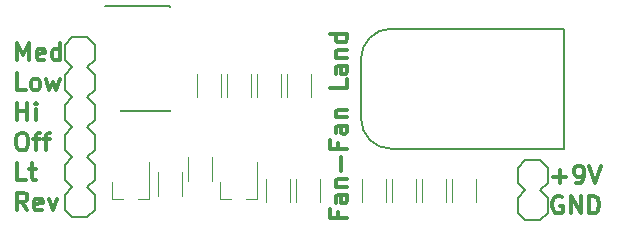
<source format=gbr>
%TF.GenerationSoftware,KiCad,Pcbnew,5.1.9*%
%TF.CreationDate,2021-05-05T23:21:44-05:00*%
%TF.ProjectId,fanfanland,66616e66-616e-46c6-916e-642e6b696361,rev?*%
%TF.SameCoordinates,Original*%
%TF.FileFunction,Legend,Top*%
%TF.FilePolarity,Positive*%
%FSLAX46Y46*%
G04 Gerber Fmt 4.6, Leading zero omitted, Abs format (unit mm)*
G04 Created by KiCad (PCBNEW 5.1.9) date 2021-05-05 23:21:44*
%MOMM*%
%LPD*%
G01*
G04 APERTURE LIST*
%ADD10C,0.300000*%
%ADD11C,0.203200*%
%ADD12C,0.150000*%
%ADD13C,0.120000*%
G04 APERTURE END LIST*
D10*
X43319285Y-66210571D02*
X42819285Y-65496285D01*
X42462142Y-66210571D02*
X42462142Y-64710571D01*
X43033571Y-64710571D01*
X43176428Y-64782000D01*
X43247857Y-64853428D01*
X43319285Y-64996285D01*
X43319285Y-65210571D01*
X43247857Y-65353428D01*
X43176428Y-65424857D01*
X43033571Y-65496285D01*
X42462142Y-65496285D01*
X44533571Y-66139142D02*
X44390714Y-66210571D01*
X44105000Y-66210571D01*
X43962142Y-66139142D01*
X43890714Y-65996285D01*
X43890714Y-65424857D01*
X43962142Y-65282000D01*
X44105000Y-65210571D01*
X44390714Y-65210571D01*
X44533571Y-65282000D01*
X44605000Y-65424857D01*
X44605000Y-65567714D01*
X43890714Y-65710571D01*
X45105000Y-65210571D02*
X45462142Y-66210571D01*
X45819285Y-65210571D01*
X43176428Y-63670571D02*
X42462142Y-63670571D01*
X42462142Y-62170571D01*
X43462142Y-62670571D02*
X44033571Y-62670571D01*
X43676428Y-62170571D02*
X43676428Y-63456285D01*
X43747857Y-63599142D01*
X43890714Y-63670571D01*
X44033571Y-63670571D01*
X42747857Y-59630571D02*
X43033571Y-59630571D01*
X43176428Y-59702000D01*
X43319285Y-59844857D01*
X43390714Y-60130571D01*
X43390714Y-60630571D01*
X43319285Y-60916285D01*
X43176428Y-61059142D01*
X43033571Y-61130571D01*
X42747857Y-61130571D01*
X42605000Y-61059142D01*
X42462142Y-60916285D01*
X42390714Y-60630571D01*
X42390714Y-60130571D01*
X42462142Y-59844857D01*
X42605000Y-59702000D01*
X42747857Y-59630571D01*
X43819285Y-60130571D02*
X44390714Y-60130571D01*
X44033571Y-61130571D02*
X44033571Y-59844857D01*
X44105000Y-59702000D01*
X44247857Y-59630571D01*
X44390714Y-59630571D01*
X44676428Y-60130571D02*
X45247857Y-60130571D01*
X44890714Y-61130571D02*
X44890714Y-59844857D01*
X44962142Y-59702000D01*
X45105000Y-59630571D01*
X45247857Y-59630571D01*
X42462142Y-58590571D02*
X42462142Y-57090571D01*
X42462142Y-57804857D02*
X43319285Y-57804857D01*
X43319285Y-58590571D02*
X43319285Y-57090571D01*
X44033571Y-58590571D02*
X44033571Y-57590571D01*
X44033571Y-57090571D02*
X43962142Y-57162000D01*
X44033571Y-57233428D01*
X44105000Y-57162000D01*
X44033571Y-57090571D01*
X44033571Y-57233428D01*
X43176428Y-56050571D02*
X42462142Y-56050571D01*
X42462142Y-54550571D01*
X43890714Y-56050571D02*
X43747857Y-55979142D01*
X43676428Y-55907714D01*
X43605000Y-55764857D01*
X43605000Y-55336285D01*
X43676428Y-55193428D01*
X43747857Y-55122000D01*
X43890714Y-55050571D01*
X44105000Y-55050571D01*
X44247857Y-55122000D01*
X44319285Y-55193428D01*
X44390714Y-55336285D01*
X44390714Y-55764857D01*
X44319285Y-55907714D01*
X44247857Y-55979142D01*
X44105000Y-56050571D01*
X43890714Y-56050571D01*
X44890714Y-55050571D02*
X45176428Y-56050571D01*
X45462142Y-55336285D01*
X45747857Y-56050571D01*
X46033571Y-55050571D01*
X42462142Y-53510571D02*
X42462142Y-52010571D01*
X42962142Y-53082000D01*
X43462142Y-52010571D01*
X43462142Y-53510571D01*
X44747857Y-53439142D02*
X44605000Y-53510571D01*
X44319285Y-53510571D01*
X44176428Y-53439142D01*
X44105000Y-53296285D01*
X44105000Y-52724857D01*
X44176428Y-52582000D01*
X44319285Y-52510571D01*
X44605000Y-52510571D01*
X44747857Y-52582000D01*
X44819285Y-52724857D01*
X44819285Y-52867714D01*
X44105000Y-53010571D01*
X46105000Y-53510571D02*
X46105000Y-52010571D01*
X46105000Y-53439142D02*
X45962142Y-53510571D01*
X45676428Y-53510571D01*
X45533571Y-53439142D01*
X45462142Y-53367714D01*
X45390714Y-53224857D01*
X45390714Y-52796285D01*
X45462142Y-52653428D01*
X45533571Y-52582000D01*
X45676428Y-52510571D01*
X45962142Y-52510571D01*
X46105000Y-52582000D01*
X88586857Y-65036000D02*
X88444000Y-64964571D01*
X88229714Y-64964571D01*
X88015428Y-65036000D01*
X87872571Y-65178857D01*
X87801142Y-65321714D01*
X87729714Y-65607428D01*
X87729714Y-65821714D01*
X87801142Y-66107428D01*
X87872571Y-66250285D01*
X88015428Y-66393142D01*
X88229714Y-66464571D01*
X88372571Y-66464571D01*
X88586857Y-66393142D01*
X88658285Y-66321714D01*
X88658285Y-65821714D01*
X88372571Y-65821714D01*
X89301142Y-66464571D02*
X89301142Y-64964571D01*
X90158285Y-66464571D01*
X90158285Y-64964571D01*
X90872571Y-66464571D02*
X90872571Y-64964571D01*
X91229714Y-64964571D01*
X91444000Y-65036000D01*
X91586857Y-65178857D01*
X91658285Y-65321714D01*
X91729714Y-65607428D01*
X91729714Y-65821714D01*
X91658285Y-66107428D01*
X91586857Y-66250285D01*
X91444000Y-66393142D01*
X91229714Y-66464571D01*
X90872571Y-66464571D01*
X87801142Y-63353142D02*
X88944000Y-63353142D01*
X88372571Y-63924571D02*
X88372571Y-62781714D01*
X89729714Y-63924571D02*
X90015428Y-63924571D01*
X90158285Y-63853142D01*
X90229714Y-63781714D01*
X90372571Y-63567428D01*
X90444000Y-63281714D01*
X90444000Y-62710285D01*
X90372571Y-62567428D01*
X90301142Y-62496000D01*
X90158285Y-62424571D01*
X89872571Y-62424571D01*
X89729714Y-62496000D01*
X89658285Y-62567428D01*
X89586857Y-62710285D01*
X89586857Y-63067428D01*
X89658285Y-63210285D01*
X89729714Y-63281714D01*
X89872571Y-63353142D01*
X90158285Y-63353142D01*
X90301142Y-63281714D01*
X90372571Y-63210285D01*
X90444000Y-63067428D01*
X90872571Y-62424571D02*
X91372571Y-63924571D01*
X91872571Y-62424571D01*
X69615857Y-66340714D02*
X69615857Y-66840714D01*
X70401571Y-66840714D02*
X68901571Y-66840714D01*
X68901571Y-66126428D01*
X70401571Y-64912142D02*
X69615857Y-64912142D01*
X69473000Y-64983571D01*
X69401571Y-65126428D01*
X69401571Y-65412142D01*
X69473000Y-65555000D01*
X70330142Y-64912142D02*
X70401571Y-65055000D01*
X70401571Y-65412142D01*
X70330142Y-65555000D01*
X70187285Y-65626428D01*
X70044428Y-65626428D01*
X69901571Y-65555000D01*
X69830142Y-65412142D01*
X69830142Y-65055000D01*
X69758714Y-64912142D01*
X69401571Y-64197857D02*
X70401571Y-64197857D01*
X69544428Y-64197857D02*
X69473000Y-64126428D01*
X69401571Y-63983571D01*
X69401571Y-63769285D01*
X69473000Y-63626428D01*
X69615857Y-63555000D01*
X70401571Y-63555000D01*
X69830142Y-62840714D02*
X69830142Y-61697857D01*
X69615857Y-60483571D02*
X69615857Y-60983571D01*
X70401571Y-60983571D02*
X68901571Y-60983571D01*
X68901571Y-60269285D01*
X70401571Y-59055000D02*
X69615857Y-59055000D01*
X69473000Y-59126428D01*
X69401571Y-59269285D01*
X69401571Y-59555000D01*
X69473000Y-59697857D01*
X70330142Y-59055000D02*
X70401571Y-59197857D01*
X70401571Y-59555000D01*
X70330142Y-59697857D01*
X70187285Y-59769285D01*
X70044428Y-59769285D01*
X69901571Y-59697857D01*
X69830142Y-59555000D01*
X69830142Y-59197857D01*
X69758714Y-59055000D01*
X69401571Y-58340714D02*
X70401571Y-58340714D01*
X69544428Y-58340714D02*
X69473000Y-58269285D01*
X69401571Y-58126428D01*
X69401571Y-57912142D01*
X69473000Y-57769285D01*
X69615857Y-57697857D01*
X70401571Y-57697857D01*
X70401571Y-55126428D02*
X70401571Y-55840714D01*
X68901571Y-55840714D01*
X70401571Y-53983571D02*
X69615857Y-53983571D01*
X69473000Y-54055000D01*
X69401571Y-54197857D01*
X69401571Y-54483571D01*
X69473000Y-54626428D01*
X70330142Y-53983571D02*
X70401571Y-54126428D01*
X70401571Y-54483571D01*
X70330142Y-54626428D01*
X70187285Y-54697857D01*
X70044428Y-54697857D01*
X69901571Y-54626428D01*
X69830142Y-54483571D01*
X69830142Y-54126428D01*
X69758714Y-53983571D01*
X69401571Y-53269285D02*
X70401571Y-53269285D01*
X69544428Y-53269285D02*
X69473000Y-53197857D01*
X69401571Y-53055000D01*
X69401571Y-52840714D01*
X69473000Y-52697857D01*
X69615857Y-52626428D01*
X70401571Y-52626428D01*
X70401571Y-51269285D02*
X68901571Y-51269285D01*
X70330142Y-51269285D02*
X70401571Y-51412142D01*
X70401571Y-51697857D01*
X70330142Y-51840714D01*
X70258714Y-51912142D01*
X70115857Y-51983571D01*
X69687285Y-51983571D01*
X69544428Y-51912142D01*
X69473000Y-51840714D01*
X69401571Y-51697857D01*
X69401571Y-51412142D01*
X69473000Y-51269285D01*
D11*
%TO.C,J1*%
X87376000Y-62611000D02*
X87376000Y-63881000D01*
X87376000Y-63881000D02*
X86741000Y-64516000D01*
X85471000Y-64516000D02*
X84836000Y-63881000D01*
X86741000Y-64516000D02*
X87376000Y-65151000D01*
X87376000Y-65151000D02*
X87376000Y-66421000D01*
X87376000Y-66421000D02*
X86741000Y-67056000D01*
X85471000Y-67056000D02*
X84836000Y-66421000D01*
X84836000Y-66421000D02*
X84836000Y-65151000D01*
X84836000Y-65151000D02*
X85471000Y-64516000D01*
X86741000Y-61976000D02*
X85471000Y-61976000D01*
X87376000Y-62611000D02*
X86741000Y-61976000D01*
X85471000Y-61976000D02*
X84836000Y-62611000D01*
X84836000Y-63881000D02*
X84836000Y-62611000D01*
X86741000Y-67056000D02*
X85471000Y-67056000D01*
D12*
%TO.C,PS1*%
X88706000Y-60990000D02*
X74101000Y-60990000D01*
X88706000Y-60990000D02*
X88706000Y-50830000D01*
X88706000Y-50830000D02*
X74101000Y-50830000D01*
X71561000Y-58450000D02*
X71561000Y-53370000D01*
X71561000Y-58450000D02*
G75*
G03*
X74101000Y-60990000I2540000J0D01*
G01*
X74101000Y-50830000D02*
G75*
G03*
X71561000Y-53370000I0J-2540000D01*
G01*
%TO.C,Q1*%
X51265000Y-48915000D02*
X49890000Y-48915000D01*
X51265000Y-57790000D02*
X55415000Y-57790000D01*
X51265000Y-48890000D02*
X55415000Y-48890000D01*
X51265000Y-57790000D02*
X51265000Y-57675000D01*
X55415000Y-57790000D02*
X55415000Y-57675000D01*
X55415000Y-48890000D02*
X55415000Y-49005000D01*
X51265000Y-48890000D02*
X51265000Y-48915000D01*
D13*
%TO.C,Q3*%
X50490000Y-65276000D02*
X51420000Y-65276000D01*
X53650000Y-65276000D02*
X52720000Y-65276000D01*
X53650000Y-65276000D02*
X53650000Y-62116000D01*
X50490000Y-65276000D02*
X50490000Y-63816000D01*
%TO.C,R1*%
X74164000Y-63516000D02*
X74164000Y-65516000D01*
X76204000Y-65516000D02*
X76204000Y-63516000D01*
%TO.C,R2*%
X76704000Y-63516000D02*
X76704000Y-65516000D01*
X78744000Y-65516000D02*
X78744000Y-63516000D01*
%TO.C,R3*%
X81284000Y-65516000D02*
X81284000Y-63516000D01*
X79244000Y-63516000D02*
X79244000Y-65516000D01*
%TO.C,R4*%
X71624000Y-63516000D02*
X71624000Y-65516000D01*
X73664000Y-65516000D02*
X73664000Y-63516000D01*
%TO.C,R5*%
X66036000Y-63516000D02*
X66036000Y-65516000D01*
X68076000Y-65516000D02*
X68076000Y-63516000D01*
%TO.C,R6*%
X57654000Y-54626000D02*
X57654000Y-56626000D01*
X59694000Y-56626000D02*
X59694000Y-54626000D01*
%TO.C,R7*%
X64774000Y-56626000D02*
X64774000Y-54626000D01*
X62734000Y-54626000D02*
X62734000Y-56626000D01*
%TO.C,R8*%
X65274000Y-54626000D02*
X65274000Y-56626000D01*
X67314000Y-56626000D02*
X67314000Y-54626000D01*
%TO.C,R9*%
X62234000Y-56626000D02*
X62234000Y-54626000D01*
X60194000Y-54626000D02*
X60194000Y-56626000D01*
%TO.C,R10*%
X63496000Y-63516000D02*
X63496000Y-65516000D01*
X65536000Y-65516000D02*
X65536000Y-63516000D01*
%TO.C,R11*%
X56892000Y-61706000D02*
X56892000Y-63706000D01*
X58932000Y-63706000D02*
X58932000Y-61706000D01*
%TO.C,R12*%
X56392000Y-64976000D02*
X56392000Y-62976000D01*
X54352000Y-62976000D02*
X54352000Y-64976000D01*
D11*
%TO.C,U2*%
X48387000Y-64262000D02*
X49022000Y-64897000D01*
X49022000Y-64897000D02*
X49022000Y-66167000D01*
X49022000Y-66167000D02*
X48387000Y-66802000D01*
X47117000Y-66802000D02*
X46482000Y-66167000D01*
X46482000Y-66167000D02*
X46482000Y-64897000D01*
X46482000Y-64897000D02*
X47117000Y-64262000D01*
X49022000Y-59817000D02*
X49022000Y-61087000D01*
X49022000Y-61087000D02*
X48387000Y-61722000D01*
X47117000Y-61722000D02*
X46482000Y-61087000D01*
X48387000Y-61722000D02*
X49022000Y-62357000D01*
X49022000Y-62357000D02*
X49022000Y-63627000D01*
X49022000Y-63627000D02*
X48387000Y-64262000D01*
X47117000Y-64262000D02*
X46482000Y-63627000D01*
X46482000Y-63627000D02*
X46482000Y-62357000D01*
X46482000Y-62357000D02*
X47117000Y-61722000D01*
X48387000Y-56642000D02*
X49022000Y-57277000D01*
X49022000Y-57277000D02*
X49022000Y-58547000D01*
X49022000Y-58547000D02*
X48387000Y-59182000D01*
X47117000Y-59182000D02*
X46482000Y-58547000D01*
X46482000Y-58547000D02*
X46482000Y-57277000D01*
X46482000Y-57277000D02*
X47117000Y-56642000D01*
X49022000Y-59817000D02*
X48387000Y-59182000D01*
X47117000Y-59182000D02*
X46482000Y-59817000D01*
X46482000Y-61087000D02*
X46482000Y-59817000D01*
X49022000Y-52197000D02*
X49022000Y-53467000D01*
X49022000Y-53467000D02*
X48387000Y-54102000D01*
X47117000Y-54102000D02*
X46482000Y-53467000D01*
X48387000Y-54102000D02*
X49022000Y-54737000D01*
X49022000Y-54737000D02*
X49022000Y-56007000D01*
X49022000Y-56007000D02*
X48387000Y-56642000D01*
X47117000Y-56642000D02*
X46482000Y-56007000D01*
X46482000Y-56007000D02*
X46482000Y-54737000D01*
X46482000Y-54737000D02*
X47117000Y-54102000D01*
X48387000Y-51562000D02*
X47117000Y-51562000D01*
X49022000Y-52197000D02*
X48387000Y-51562000D01*
X47117000Y-51562000D02*
X46482000Y-52197000D01*
X46482000Y-53467000D02*
X46482000Y-52197000D01*
X48387000Y-66802000D02*
X47117000Y-66802000D01*
D13*
%TO.C,Q2*%
X59634000Y-65276000D02*
X59634000Y-63816000D01*
X62794000Y-65276000D02*
X62794000Y-62116000D01*
X62794000Y-65276000D02*
X61864000Y-65276000D01*
X59634000Y-65276000D02*
X60564000Y-65276000D01*
%TD*%
M02*

</source>
